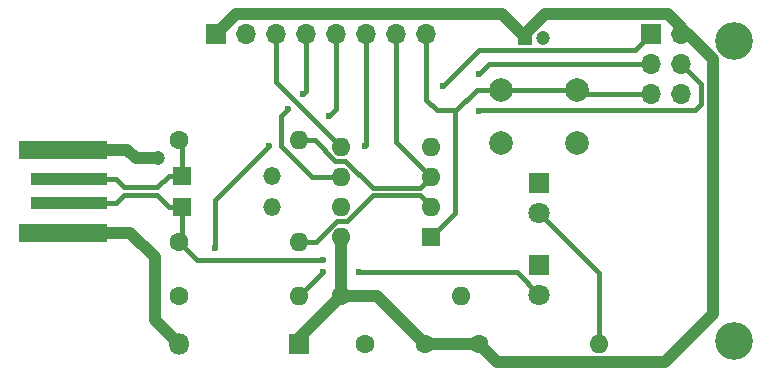
<source format=gbr>
%TF.GenerationSoftware,KiCad,Pcbnew,(6.0.11)*%
%TF.CreationDate,2023-02-10T16:41:59+03:00*%
%TF.ProjectId,QDevTiny,51446576-5469-46e7-992e-6b696361645f,rev?*%
%TF.SameCoordinates,Original*%
%TF.FileFunction,Copper,L1,Top*%
%TF.FilePolarity,Positive*%
%FSLAX46Y46*%
G04 Gerber Fmt 4.6, Leading zero omitted, Abs format (unit mm)*
G04 Created by KiCad (PCBNEW (6.0.11)) date 2023-02-10 16:41:59*
%MOMM*%
%LPD*%
G01*
G04 APERTURE LIST*
%TA.AperFunction,ComponentPad*%
%ADD10R,1.700000X1.700000*%
%TD*%
%TA.AperFunction,ComponentPad*%
%ADD11O,1.700000X1.700000*%
%TD*%
%TA.AperFunction,ComponentPad*%
%ADD12C,3.200000*%
%TD*%
%TA.AperFunction,ComponentPad*%
%ADD13R,1.800000X1.800000*%
%TD*%
%TA.AperFunction,ComponentPad*%
%ADD14C,1.800000*%
%TD*%
%TA.AperFunction,ComponentPad*%
%ADD15R,1.600000X1.600000*%
%TD*%
%TA.AperFunction,ComponentPad*%
%ADD16O,1.600000X1.600000*%
%TD*%
%TA.AperFunction,ComponentPad*%
%ADD17C,1.600000*%
%TD*%
%TA.AperFunction,SMDPad,CuDef*%
%ADD18R,7.498080X1.498600*%
%TD*%
%TA.AperFunction,SMDPad,CuDef*%
%ADD19R,6.499860X0.998220*%
%TD*%
%TA.AperFunction,ComponentPad*%
%ADD20R,1.200000X1.200000*%
%TD*%
%TA.AperFunction,ComponentPad*%
%ADD21C,1.200000*%
%TD*%
%TA.AperFunction,ComponentPad*%
%ADD22O,1.800000X1.800000*%
%TD*%
%TA.AperFunction,ComponentPad*%
%ADD23R,1.500000X1.500000*%
%TD*%
%TA.AperFunction,ComponentPad*%
%ADD24O,1.500000X1.500000*%
%TD*%
%TA.AperFunction,ComponentPad*%
%ADD25C,2.000000*%
%TD*%
%TA.AperFunction,ViaPad*%
%ADD26C,1.200000*%
%TD*%
%TA.AperFunction,ViaPad*%
%ADD27C,0.600000*%
%TD*%
%TA.AperFunction,Conductor*%
%ADD28C,1.000000*%
%TD*%
%TA.AperFunction,Conductor*%
%ADD29C,0.400000*%
%TD*%
G04 APERTURE END LIST*
D10*
%TO.P,J2,1,Pin_1*%
%TO.N,+5V*%
X89535000Y-46355000D03*
D11*
%TO.P,J2,2,Pin_2*%
%TO.N,GND*%
X92075000Y-46355000D03*
%TO.P,J2,3,Pin_3*%
%TO.N,PB0*%
X94615000Y-46355000D03*
%TO.P,J2,4,Pin_4*%
%TO.N,PB1*%
X97155000Y-46355000D03*
%TO.P,J2,5,Pin_5*%
%TO.N,PB2*%
X99695000Y-46355000D03*
%TO.P,J2,6,Pin_6*%
%TO.N,PB3*%
X102235000Y-46355000D03*
%TO.P,J2,7,Pin_7*%
%TO.N,PB4*%
X104775000Y-46355000D03*
%TO.P,J2,8,Pin_8*%
%TO.N,PB5{slash}R*%
X107315000Y-46355000D03*
%TD*%
D12*
%TO.P,REF\u002A\u002A,*%
%TO.N,GND*%
X133350000Y-72390000D03*
%TD*%
D13*
%TO.P,D2,1,K*%
%TO.N,GND*%
X116840000Y-65895000D03*
D14*
%TO.P,D2,2,A*%
%TO.N,Net-(D2-Pad2)*%
X116840000Y-68435000D03*
%TD*%
D15*
%TO.P,U1,1,~{RESET}/PB5*%
%TO.N,PB5{slash}R*%
X107714602Y-63549897D03*
D16*
%TO.P,U1,2,XTAL1/PB3*%
%TO.N,PB3*%
X107714602Y-61009897D03*
%TO.P,U1,3,XTAL2/PB4*%
%TO.N,PB4*%
X107714602Y-58469897D03*
%TO.P,U1,4,GND*%
%TO.N,GND*%
X107714602Y-55929897D03*
%TO.P,U1,5,AREF/PB0*%
%TO.N,PB0*%
X100094602Y-55929897D03*
%TO.P,U1,6,PB1*%
%TO.N,PB1*%
X100094602Y-58469897D03*
%TO.P,U1,7,PB2*%
%TO.N,PB2*%
X100094602Y-61009897D03*
%TO.P,U1,8,VCC*%
%TO.N,+5V*%
X100094602Y-63549897D03*
%TD*%
D17*
%TO.P,C1,1*%
%TO.N,+5V*%
X107148000Y-72644000D03*
%TO.P,C1,2*%
%TO.N,GND*%
X102148000Y-72644000D03*
%TD*%
D12*
%TO.P,REF\u002A\u002A,*%
%TO.N,GND*%
X133350000Y-46990000D03*
%TD*%
D17*
%TO.P,R1,1*%
%TO.N,+5V*%
X111760000Y-72644000D03*
D16*
%TO.P,R1,2*%
%TO.N,Net-(D1-Pad2)*%
X121920000Y-72644000D03*
%TD*%
D17*
%TO.P,R5,1*%
%TO.N,+5V*%
X100076000Y-68580000D03*
D16*
%TO.P,R5,2*%
%TO.N,/D-*%
X110236000Y-68580000D03*
%TD*%
D17*
%TO.P,R2,1*%
%TO.N,PB0*%
X86360000Y-68580000D03*
D16*
%TO.P,R2,2*%
%TO.N,Net-(D2-Pad2)*%
X96520000Y-68580000D03*
%TD*%
D18*
%TO.P,J1,1,VBUS*%
%TO.N,Net-(D3-Pad2)*%
X76509880Y-63172580D03*
D19*
%TO.P,J1,2,D-*%
%TO.N,/D-*%
X77007720Y-60673220D03*
%TO.P,J1,3,D+*%
%TO.N,/D+*%
X77007720Y-58676780D03*
D18*
%TO.P,J1,4,GND*%
%TO.N,GND*%
X76509880Y-56177420D03*
%TD*%
D20*
%TO.P,C2,1*%
%TO.N,+5V*%
X115691604Y-46736000D03*
D21*
%TO.P,C2,2*%
%TO.N,GND*%
X117191604Y-46736000D03*
%TD*%
D13*
%TO.P,D3,1,K*%
%TO.N,+5V*%
X96520000Y-72644000D03*
D22*
%TO.P,D3,2,A*%
%TO.N,Net-(D3-Pad2)*%
X86360000Y-72644000D03*
%TD*%
D13*
%TO.P,D1,1,K*%
%TO.N,GND*%
X116840000Y-59007000D03*
D14*
%TO.P,D1,2,A*%
%TO.N,Net-(D1-Pad2)*%
X116840000Y-61547000D03*
%TD*%
D23*
%TO.P,D4,1,K*%
%TO.N,/D-*%
X86609000Y-60973220D03*
D24*
%TO.P,D4,2,A*%
%TO.N,GND*%
X94229000Y-60973220D03*
%TD*%
D10*
%TO.P,J3,1,MISO*%
%TO.N,PB1*%
X126360000Y-46370000D03*
D11*
%TO.P,J3,2,VCC*%
%TO.N,+5V*%
X128900000Y-46370000D03*
%TO.P,J3,3,SCK*%
%TO.N,PB2*%
X126360000Y-48910000D03*
%TO.P,J3,4,MOSI*%
%TO.N,PB0*%
X128900000Y-48910000D03*
%TO.P,J3,5,~{RST}*%
%TO.N,PB5{slash}R*%
X126360000Y-51450000D03*
%TO.P,J3,6,GND*%
%TO.N,GND*%
X128900000Y-51450000D03*
%TD*%
D17*
%TO.P,R3,1*%
%TO.N,/D-*%
X86360000Y-64008000D03*
D16*
%TO.P,R3,2*%
%TO.N,PB3*%
X96520000Y-64008000D03*
%TD*%
D25*
%TO.P,SW1,1,1*%
%TO.N,PB5{slash}R*%
X113590000Y-51090000D03*
X120090000Y-51090000D03*
%TO.P,SW1,2,2*%
%TO.N,GND*%
X113590000Y-55590000D03*
X120090000Y-55590000D03*
%TD*%
D17*
%TO.P,R4,1*%
%TO.N,/D+*%
X86360000Y-55372000D03*
D16*
%TO.P,R4,2*%
%TO.N,PB4*%
X96520000Y-55372000D03*
%TD*%
D23*
%TO.P,D5,1,K*%
%TO.N,/D+*%
X86609000Y-58376780D03*
D24*
%TO.P,D5,2,A*%
%TO.N,GND*%
X94229000Y-58376780D03*
%TD*%
D26*
%TO.N,GND*%
X84543938Y-56896000D03*
D27*
%TO.N,Net-(D2-Pad2)*%
X98552000Y-66548000D03*
X101600000Y-66548000D03*
%TO.N,/D-*%
X98552000Y-65532000D03*
%TO.N,PB2*%
X99060000Y-53340000D03*
X111760000Y-49784000D03*
%TO.N,PB1*%
X95629865Y-52706134D03*
X96901000Y-51435000D03*
X108712000Y-50800000D03*
%TO.N,PB0*%
X89408000Y-64516000D03*
X111778602Y-52850602D03*
X93980000Y-55880000D03*
%TO.N,PB3*%
X102108000Y-55880000D03*
%TD*%
D28*
%TO.N,+5V*%
X128900000Y-45810000D02*
X127794000Y-44704000D01*
X113740604Y-44704000D02*
X115691604Y-46655000D01*
X100076000Y-68580000D02*
X103084000Y-68580000D01*
X128900000Y-46370000D02*
X128900000Y-45810000D01*
X96520000Y-72136000D02*
X100076000Y-68580000D01*
X113260000Y-74144000D02*
X111760000Y-72644000D01*
X91186000Y-44704000D02*
X113740604Y-44704000D01*
X127532000Y-74144000D02*
X113260000Y-74144000D01*
X103084000Y-68580000D02*
X107148000Y-72644000D01*
X96520000Y-72644000D02*
X96520000Y-72136000D01*
X117385126Y-44704000D02*
X115691604Y-46397522D01*
X127794000Y-44704000D02*
X117385126Y-44704000D01*
X100076000Y-63568499D02*
X100094602Y-63549897D01*
X107148000Y-72644000D02*
X111760000Y-72644000D01*
X91186000Y-44704000D02*
X89535000Y-46355000D01*
X131572000Y-48464692D02*
X131572000Y-70104000D01*
X129477308Y-46370000D02*
X131572000Y-48464692D01*
X128900000Y-46370000D02*
X129477308Y-46370000D01*
X115691604Y-46397522D02*
X115691604Y-46655000D01*
X131572000Y-70104000D02*
X127532000Y-74144000D01*
X100076000Y-68580000D02*
X100076000Y-63568499D01*
%TO.N,GND*%
X81998580Y-56177420D02*
X76509880Y-56177420D01*
X84543938Y-56896000D02*
X82717160Y-56896000D01*
X82717160Y-56896000D02*
X81998580Y-56177420D01*
D29*
%TO.N,Net-(D1-Pad2)*%
X121920000Y-66627000D02*
X116840000Y-61547000D01*
X121920000Y-72644000D02*
X121920000Y-66627000D01*
%TO.N,Net-(D2-Pad2)*%
X114953000Y-66548000D02*
X116840000Y-68435000D01*
X101600000Y-66548000D02*
X114953000Y-66548000D01*
X98552000Y-66548000D02*
X96520000Y-68580000D01*
D28*
%TO.N,Net-(D3-Pad2)*%
X82243274Y-63172580D02*
X76509880Y-63172580D01*
X84328000Y-65257306D02*
X84328000Y-70612000D01*
X84328000Y-70612000D02*
X86360000Y-72644000D01*
X82243274Y-63172580D02*
X84328000Y-65257306D01*
D29*
%TO.N,/D-*%
X86360000Y-64008000D02*
X87884000Y-65532000D01*
X85483999Y-60973220D02*
X86609000Y-60973220D01*
X77007720Y-60673220D02*
X81058780Y-60673220D01*
X87884000Y-65532000D02*
X98552000Y-65532000D01*
X86609000Y-63759000D02*
X86360000Y-64008000D01*
X84510779Y-60000000D02*
X85483999Y-60973220D01*
X81732000Y-60000000D02*
X84510779Y-60000000D01*
X86609000Y-60973220D02*
X86609000Y-63759000D01*
X81058780Y-60673220D02*
X81732000Y-60000000D01*
%TO.N,/D+*%
X86609000Y-58376780D02*
X86609000Y-55621000D01*
X86609000Y-55621000D02*
X86360000Y-55372000D01*
X81702000Y-59350000D02*
X84510779Y-59350000D01*
X85483999Y-58376780D02*
X86609000Y-58376780D01*
X77007720Y-58676780D02*
X81028780Y-58676780D01*
X84510779Y-59350000D02*
X85483999Y-58376780D01*
X81028780Y-58676780D02*
X81702000Y-59350000D01*
%TO.N,PB2*%
X112634000Y-48910000D02*
X126360000Y-48910000D01*
X111760000Y-49784000D02*
X112634000Y-48910000D01*
X99060000Y-53340000D02*
X99695000Y-52705000D01*
X99695000Y-52705000D02*
X99695000Y-46355000D01*
%TO.N,PB1*%
X124994000Y-47736000D02*
X126360000Y-46370000D01*
X94996000Y-55880000D02*
X97585897Y-58469897D01*
X111776000Y-47736000D02*
X124994000Y-47736000D01*
X95629865Y-52706134D02*
X94996000Y-53339999D01*
X97585897Y-58469897D02*
X100094602Y-58469897D01*
X96901000Y-51435000D02*
X97155000Y-51181000D01*
X108712000Y-50800000D02*
X111776000Y-47736000D01*
X97155000Y-51181000D02*
X97155000Y-46355000D01*
X94996000Y-53339999D02*
X94996000Y-55880000D01*
%TO.N,PB0*%
X130556000Y-52324000D02*
X130556000Y-50566000D01*
X93980000Y-55880000D02*
X89408000Y-60452000D01*
X89408000Y-60452000D02*
X89408000Y-64516000D01*
X130556000Y-50566000D02*
X128900000Y-48910000D01*
X94615000Y-46355000D02*
X94615000Y-50450295D01*
X111797204Y-52832000D02*
X130048000Y-52832000D01*
X111778602Y-52850602D02*
X111797204Y-52832000D01*
X130048000Y-52832000D02*
X130556000Y-52324000D01*
X94615000Y-50450295D02*
X100094602Y-55929897D01*
%TO.N,PB5{slash}R*%
X111558000Y-51090000D02*
X109728000Y-52920000D01*
X107714602Y-63549897D02*
X109728000Y-61536499D01*
X107315000Y-51943000D02*
X108204000Y-52832000D01*
X126360000Y-51450000D02*
X120450000Y-51450000D01*
X107315000Y-46355000D02*
X107315000Y-51943000D01*
X120090000Y-51090000D02*
X113590000Y-51090000D01*
X113590000Y-51090000D02*
X111558000Y-51090000D01*
X108204000Y-52832000D02*
X109640000Y-52832000D01*
X109640000Y-52832000D02*
X109728000Y-52920000D01*
X120450000Y-51450000D02*
X120090000Y-51090000D01*
X109728000Y-61536499D02*
X109728000Y-52920000D01*
%TO.N,PB4*%
X107714602Y-58469897D02*
X106748499Y-59436000D01*
X104775000Y-46355000D02*
X104775000Y-55530295D01*
X100451659Y-57129897D02*
X99597545Y-57129897D01*
X97839648Y-55372000D02*
X96520000Y-55372000D01*
X106748499Y-59436000D02*
X102757762Y-59436000D01*
X102757762Y-59436000D02*
X100451659Y-57129897D01*
X104775000Y-55530295D02*
X107714602Y-58469897D01*
X99597545Y-57129897D02*
X97839648Y-55372000D01*
%TO.N,PB3*%
X99737545Y-62209897D02*
X100591659Y-62209897D01*
X102235000Y-55753000D02*
X102235000Y-46355000D01*
X106740705Y-60036000D02*
X107714602Y-61009897D01*
X100591659Y-62209897D02*
X102765556Y-60036000D01*
X102108000Y-55880000D02*
X102235000Y-55753000D01*
X96520000Y-64008000D02*
X97939442Y-64008000D01*
X97939442Y-64008000D02*
X99737545Y-62209897D01*
X102765556Y-60036000D02*
X106740705Y-60036000D01*
%TD*%
M02*

</source>
